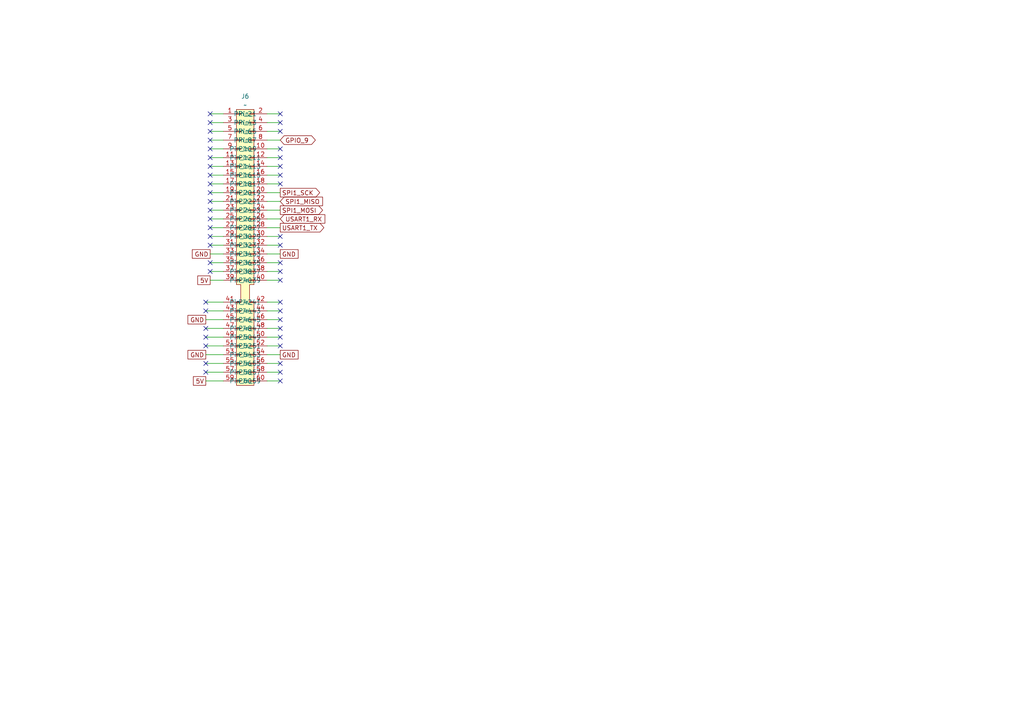
<source format=kicad_sch>
(kicad_sch (version 20250114) (generator "eeschema") (generator_version "9.0")
  (paper "A4")
  (lib_symbols
    (symbol "HardwareDataLogger:ExtenionCardConnector"
      (property "Reference" "J" (at 0 0 0))
      (symbol "ExtenionCardConnector_1_1"
        (polyline (pts (xy -2.54 -2.54) (xy 2.54 -2.54) (xy 2.54 -53.34) (xy 1.27 -53.34) (xy 1.27 -58.42) (xy 2.54 -58.42) (xy 2.54 -82.55) (xy -2.54 -82.55) (xy -2.54 -58.42) (xy -1.27 -58.42) (xy -1.27 -53.34) (xy -2.54 -53.34) (xy -2.54 -2.54)) (fill (type background)))
        (rectangle (start -2.54 -3.683) (end -1.27 -3.937) (stroke (width 0.1524)))
        (rectangle (start -2.54 -6.223) (end -1.27 -6.477) (stroke (width 0.1524)))
        (rectangle (start -2.54 -8.763) (end -1.27 -9.017) (stroke (width 0.1524)))
        (rectangle (start -2.54 -11.303) (end -1.27 -11.557) (stroke (width 0.1524)))
        (rectangle (start -2.54 -13.843) (end -1.27 -14.097) (stroke (width 0.1524)))
        (rectangle (start -2.54 -16.383) (end -1.27 -16.637) (stroke (width 0.1524)))
        (rectangle (start -2.54 -18.923) (end -1.27 -19.177) (stroke (width 0.1524)))
        (rectangle (start -2.54 -21.463) (end -1.27 -21.717) (stroke (width 0.1524)))
        (rectangle (start -2.54 -24.003) (end -1.27 -24.257) (stroke (width 0.1524)))
        (rectangle (start -2.54 -26.543) (end -1.27 -26.797) (stroke (width 0.1524)))
        (rectangle (start -2.54 -29.083) (end -1.27 -29.337) (stroke (width 0.1524)))
        (rectangle (start -2.54 -31.623) (end -1.27 -31.877) (stroke (width 0.1524)))
        (rectangle (start -2.54 -34.163) (end -1.27 -34.417) (stroke (width 0.1524)))
        (rectangle (start -2.54 -36.703) (end -1.27 -36.957) (stroke (width 0.1524)))
        (rectangle (start -2.54 -39.243) (end -1.27 -39.497) (stroke (width 0.1524)))
        (rectangle (start -2.54 -41.783) (end -1.27 -42.037) (stroke (width 0.1524)))
        (rectangle (start -2.54 -44.323) (end -1.27 -44.577) (stroke (width 0.1524)))
        (rectangle (start -2.54 -46.863) (end -1.27 -47.117) (stroke (width 0.1524)))
        (rectangle (start -2.54 -49.403) (end -1.27 -49.657) (stroke (width 0.1524)))
        (rectangle (start -2.54 -51.943) (end -1.27 -52.197) (stroke (width 0.1524)))
        (rectangle (start -2.54 -58.293) (end -1.27 -58.547) (stroke (width 0.1524)))
        (rectangle (start -2.54 -60.833) (end -1.27 -61.087) (stroke (width 0.1524)))
        (rectangle (start -2.54 -63.373) (end -1.27 -63.627) (stroke (width 0.1524)))
        (rectangle (start -2.54 -65.913) (end -1.27 -66.167) (stroke (width 0.1524)))
        (rectangle (start -2.54 -68.453) (end -1.27 -68.707) (stroke (width 0.1524)))
        (rectangle (start -2.54 -70.993) (end -1.27 -71.247) (stroke (width 0.1524)))
        (rectangle (start -2.54 -73.533) (end -1.27 -73.787) (stroke (width 0.1524)))
        (rectangle (start -2.54 -76.073) (end -1.27 -76.327) (stroke (width 0.1524)))
        (rectangle (start -2.54 -78.613) (end -1.27 -78.867) (stroke (width 0.1524)))
        (rectangle (start -2.54 -81.153) (end -1.27 -81.407) (stroke (width 0.1524)))
        (rectangle (start 2.54 -3.683) (end 1.27 -3.937) (stroke (width 0.1524)))
        (rectangle (start 2.54 -6.223) (end 1.27 -6.477) (stroke (width 0.1524)))
        (rectangle (start 2.54 -8.763) (end 1.27 -9.017) (stroke (width 0.1524)))
        (rectangle (start 2.54 -11.303) (end 1.27 -11.557) (stroke (width 0.1524)))
        (rectangle (start 2.54 -13.843) (end 1.27 -14.097) (stroke (width 0.1524)))
        (rectangle (start 2.54 -16.383) (end 1.27 -16.637) (stroke (width 0.1524)))
        (rectangle (start 2.54 -18.923) (end 1.27 -19.177) (stroke (width 0.1524)))
        (rectangle (start 2.54 -21.463) (end 1.27 -21.717) (stroke (width 0.1524)))
        (rectangle (start 2.54 -24.003) (end 1.27 -24.257) (stroke (width 0.1524)))
        (rectangle (start 2.54 -26.543) (end 1.27 -26.797) (stroke (width 0.1524)))
        (rectangle (start 2.54 -29.083) (end 1.27 -29.337) (stroke (width 0.1524)))
        (rectangle (start 2.54 -31.623) (end 1.27 -31.877) (stroke (width 0.1524)))
        (rectangle (start 2.54 -34.163) (end 1.27 -34.417) (stroke (width 0.1524)))
        (rectangle (start 2.54 -36.703) (end 1.27 -36.957) (stroke (width 0.1524)))
        (rectangle (start 2.54 -39.243) (end 1.27 -39.497) (stroke (width 0.1524)))
        (rectangle (start 2.54 -41.783) (end 1.27 -42.037) (stroke (width 0.1524)))
        (rectangle (start 2.54 -44.323) (end 1.27 -44.577) (stroke (width 0.1524)))
        (rectangle (start 2.54 -46.863) (end 1.27 -47.117) (stroke (width 0.1524)))
        (rectangle (start 2.54 -49.403) (end 1.27 -49.657) (stroke (width 0.1524)))
        (rectangle (start 2.54 -51.943) (end 1.27 -52.197) (stroke (width 0.1524)))
        (rectangle (start 2.54 -58.293) (end 1.27 -58.547) (stroke (width 0.1524)))
        (rectangle (start 2.54 -60.833) (end 1.27 -61.087) (stroke (width 0.1524)))
        (rectangle (start 2.54 -63.373) (end 1.27 -63.627) (stroke (width 0.1524)))
        (rectangle (start 2.54 -65.913) (end 1.27 -66.167) (stroke (width 0.1524)))
        (rectangle (start 2.54 -68.453) (end 1.27 -68.707) (stroke (width 0.1524)))
        (rectangle (start 2.54 -70.993) (end 1.27 -71.247) (stroke (width 0.1524)))
        (rectangle (start 2.54 -73.533) (end 1.27 -73.787) (stroke (width 0.1524)))
        (rectangle (start 2.54 -76.073) (end 1.27 -76.327) (stroke (width 0.1524)))
        (rectangle (start 2.54 -78.613) (end 1.27 -78.867) (stroke (width 0.1524)))
        (rectangle (start 2.54 -81.153) (end 1.27 -81.407) (stroke (width 0.1524)))
        (pin passive line (at -6.35 -3.81 0) (length 3.81) (name "Pin_1") (number "1"))
        (pin passive line (at -6.35 -6.35 0) (length 3.81) (name "Pin_3") (number "3"))
        (pin passive line (at -6.35 -8.89 0) (length 3.81) (name "Pin_5") (number "5"))
        (pin passive line (at -6.35 -11.43 0) (length 3.81) (name "Pin_7") (number "7"))
        (pin passive line (at -6.35 -13.97 0) (length 3.81) (name "Pin_9") (number "9"))
        (pin passive line (at -6.35 -16.51 0) (length 3.81) (name "Pin_11") (number "11"))
        (pin passive line (at -6.35 -19.05 0) (length 3.81) (name "Pin_13") (number "13"))
        (pin passive line (at -6.35 -21.59 0) (length 3.81) (name "Pin_15") (number "15"))
        (pin passive line (at -6.35 -24.13 0) (length 3.81) (name "Pin_17") (number "17"))
        (pin passive line (at -6.35 -26.67 0) (length 3.81) (name "Pin_19") (number "19"))
        (pin passive line (at -6.35 -29.21 0) (length 3.81) (name "Pin_21") (number "21"))
        (pin passive line (at -6.35 -31.75 0) (length 3.81) (name "Pin_23") (number "23"))
        (pin passive line (at -6.35 -34.29 0) (length 3.81) (name "Pin_25") (number "25"))
        (pin passive line (at -6.35 -36.83 0) (length 3.81) (name "Pin_27") (number "27"))
        (pin passive line (at -6.35 -39.37 0) (length 3.81) (name "Pin_29") (number "29"))
        (pin passive line (at -6.35 -41.91 0) (length 3.81) (name "Pin_31") (number "31"))
        (pin passive line (at -6.35 -44.45 0) (length 3.81) (name "Pin_33") (number "33"))
        (pin passive line (at -6.35 -46.99 0) (length 3.81) (name "Pin_35") (number "35"))
        (pin passive line (at -6.35 -49.53 0) (length 3.81) (name "Pin_37") (number "37"))
        (pin passive line (at -6.35 -52.07 0) (length 3.81) (name "Pin_39") (number "39"))
        (pin passive line (at -6.35 -58.42 0) (length 3.81) (name "Pin_41") (number "41"))
        (pin passive line (at -6.35 -60.96 0) (length 3.81) (name "Pin_43") (number "43"))
        (pin passive line (at -6.35 -63.5 0) (length 3.81) (name "Pin_45") (number "45"))
        (pin passive line (at -6.35 -66.04 0) (length 3.81) (name "Pin_47") (number "47"))
        (pin passive line (at -6.35 -68.58 0) (length 3.81) (name "Pin_49") (number "49"))
        (pin passive line (at -6.35 -71.12 0) (length 3.81) (name "Pin_51") (number "51"))
        (pin passive line (at -6.35 -73.66 0) (length 3.81) (name "Pin_53") (number "53"))
        (pin passive line (at -6.35 -76.2 0) (length 3.81) (name "Pin_55") (number "55"))
        (pin passive line (at -6.35 -78.74 0) (length 3.81) (name "Pin_57") (number "57"))
        (pin passive line (at -6.35 -81.28 0) (length 3.81) (name "Pin_59") (number "59"))
        (pin passive line (at 6.35 -3.81 180) (length 3.81) (name "Pin_2") (number "2"))
        (pin passive line (at 6.35 -6.35 180) (length 3.81) (name "Pin_4") (number "4"))
        (pin passive line (at 6.35 -8.89 180) (length 3.81) (name "Pin_6") (number "6"))
        (pin passive line (at 6.35 -11.43 180) (length 3.81) (name "Pin_8") (number "8"))
        (pin passive line (at 6.35 -13.97 180) (length 3.81) (name "Pin_10") (number "10"))
        (pin passive line (at 6.35 -16.51 180) (length 3.81) (name "Pin_12") (number "12"))
        (pin passive line (at 6.35 -19.05 180) (length 3.81) (name "Pin_14") (number "14"))
        (pin passive line (at 6.35 -21.59 180) (length 3.81) (name "Pin_16") (number "16"))
        (pin passive line (at 6.35 -24.13 180) (length 3.81) (name "Pin_18") (number "18"))
        (pin passive line (at 6.35 -26.67 180) (length 3.81) (name "Pin_20") (number "20"))
        (pin passive line (at 6.35 -29.21 180) (length 3.81) (name "Pin_22") (number "22"))
        (pin passive line (at 6.35 -31.75 180) (length 3.81) (name "Pin_24") (number "24"))
        (pin passive line (at 6.35 -34.29 180) (length 3.81) (name "Pin_26") (number "26"))
        (pin passive line (at 6.35 -36.83 180) (length 3.81) (name "Pin_28") (number "28"))
        (pin passive line (at 6.35 -39.37 180) (length 3.81) (name "Pin_30") (number "30"))
        (pin passive line (at 6.35 -41.91 180) (length 3.81) (name "Pin_32") (number "32"))
        (pin passive line (at 6.35 -44.45 180) (length 3.81) (name "Pin_34") (number "34"))
        (pin passive line (at 6.35 -46.99 180) (length 3.81) (name "Pin_36") (number "36"))
        (pin passive line (at 6.35 -49.53 180) (length 3.81) (name "Pin_38") (number "38"))
        (pin passive line (at 6.35 -52.07 180) (length 3.81) (name "Pin_40") (number "40"))
        (pin passive line (at 6.35 -58.42 180) (length 3.81) (name "Pin_42") (number "42"))
        (pin passive line (at 6.35 -60.96 180) (length 3.81) (name "Pin_44") (number "44"))
        (pin passive line (at 6.35 -63.5 180) (length 3.81) (name "Pin_46") (number "46"))
        (pin passive line (at 6.35 -66.04 180) (length 3.81) (name "Pin_48") (number "48"))
        (pin passive line (at 6.35 -68.58 180) (length 3.81) (name "Pin_50") (number "50"))
        (pin passive line (at 6.35 -71.12 180) (length 3.81) (name "Pin_52") (number "52"))
        (pin passive line (at 6.35 -73.66 180) (length 3.81) (name "Pin_54") (number "54"))
        (pin passive line (at 6.35 -76.2 180) (length 3.81) (name "Pin_56") (number "56"))
        (pin passive line (at 6.35 -78.74 180) (length 3.81) (name "Pin_58") (number "58"))
        (pin passive line (at 6.35 -81.28 180) (length 3.81) (name "Pin_60") (number "60"))
      )
    )
  )
  (no_connect (at 59.69 107.95))
  (no_connect (at 81.28 92.71))
  (no_connect (at 81.28 107.95))
  (no_connect (at 81.28 38.1))
  (no_connect (at 60.96 53.34))
  (no_connect (at 81.28 97.79))
  (no_connect (at 60.96 60.96))
  (no_connect (at 81.28 53.34))
  (no_connect (at 60.96 66.04))
  (no_connect (at 60.96 45.72))
  (no_connect (at 81.28 76.2))
  (no_connect (at 81.28 48.26))
  (no_connect (at 81.28 90.17))
  (no_connect (at 60.96 76.2))
  (no_connect (at 60.96 68.58))
  (no_connect (at 60.96 35.56))
  (no_connect (at 60.96 48.26))
  (no_connect (at 60.96 43.18))
  (no_connect (at 59.69 95.25))
  (no_connect (at 81.28 87.63))
  (no_connect (at 81.28 110.49))
  (no_connect (at 60.96 33.02))
  (no_connect (at 81.28 45.72))
  (no_connect (at 59.69 100.33))
  (no_connect (at 81.28 50.8))
  (no_connect (at 81.28 78.74))
  (no_connect (at 81.28 33.02))
  (no_connect (at 60.96 50.8))
  (no_connect (at 81.28 105.41))
  (no_connect (at 60.96 58.42))
  (no_connect (at 59.69 90.17))
  (no_connect (at 81.28 71.12))
  (no_connect (at 59.69 87.63))
  (no_connect (at 81.28 68.58))
  (no_connect (at 60.96 63.5))
  (no_connect (at 60.96 78.74))
  (no_connect (at 60.96 55.88))
  (no_connect (at 59.69 97.79))
  (no_connect (at 81.28 43.18))
  (no_connect (at 81.28 35.56))
  (no_connect (at 60.96 71.12))
  (no_connect (at 81.28 100.33))
  (no_connect (at 59.69 105.41))
  (no_connect (at 60.96 38.1))
  (no_connect (at 81.28 81.28))
  (no_connect (at 81.28 95.25))
  (no_connect (at 60.96 40.64))
  (wire (pts (xy 81.28 58.42) (xy 77.47 58.42)))
  (wire (pts (xy 64.77 71.12) (xy 60.96 71.12)))
  (wire (pts (xy 64.77 58.42) (xy 60.96 58.42)))
  (wire (pts (xy 64.77 38.1) (xy 60.96 38.1)))
  (wire (pts (xy 81.28 73.66) (xy 77.47 73.66)))
  (wire (pts (xy 81.28 48.26) (xy 77.47 48.26)))
  (wire (pts (xy 64.77 105.41) (xy 59.69 105.41)))
  (wire (pts (xy 81.28 60.96) (xy 77.47 60.96)))
  (wire (pts (xy 64.77 97.79) (xy 59.69 97.79)))
  (wire (pts (xy 81.28 40.64) (xy 77.47 40.64)))
  (wire (pts (xy 81.28 102.87) (xy 77.47 102.87)))
  (wire (pts (xy 64.77 35.56) (xy 60.96 35.56)))
  (wire (pts (xy 81.28 95.25) (xy 77.47 95.25)))
  (wire (pts (xy 81.28 45.72) (xy 77.47 45.72)))
  (wire (pts (xy 81.28 63.5) (xy 77.47 63.5)))
  (wire (pts (xy 64.77 78.74) (xy 60.96 78.74)))
  (wire (pts (xy 81.28 68.58) (xy 77.47 68.58)))
  (wire (pts (xy 64.77 107.95) (xy 59.69 107.95)))
  (wire (pts (xy 81.28 78.74) (xy 77.47 78.74)))
  (wire (pts (xy 81.28 66.04) (xy 77.47 66.04)))
  (wire (pts (xy 64.77 40.64) (xy 60.96 40.64)))
  (wire (pts (xy 64.77 45.72) (xy 60.96 45.72)))
  (wire (pts (xy 81.28 107.95) (xy 77.47 107.95)))
  (wire (pts (xy 81.28 110.49) (xy 77.47 110.49)))
  (wire (pts (xy 64.77 81.28) (xy 60.96 81.28)))
  (wire (pts (xy 64.77 60.96) (xy 60.96 60.96)))
  (wire (pts (xy 64.77 55.88) (xy 60.96 55.88)))
  (wire (pts (xy 81.28 33.02) (xy 77.47 33.02)))
  (wire (pts (xy 81.28 97.79) (xy 77.47 97.79)))
  (wire (pts (xy 81.28 53.34) (xy 77.47 53.34)))
  (wire (pts (xy 81.28 55.88) (xy 77.47 55.88)))
  (wire (pts (xy 64.77 76.2) (xy 60.96 76.2)))
  (wire (pts (xy 64.77 110.49) (xy 59.69 110.49)))
  (wire (pts (xy 64.77 100.33) (xy 59.69 100.33)))
  (wire (pts (xy 64.77 48.26) (xy 60.96 48.26)))
  (wire (pts (xy 81.28 90.17) (xy 77.47 90.17)))
  (wire (pts (xy 64.77 53.34) (xy 60.96 53.34)))
  (wire (pts (xy 64.77 87.63) (xy 59.69 87.63)))
  (wire (pts (xy 81.28 35.56) (xy 77.47 35.56)))
  (wire (pts (xy 81.28 81.28) (xy 77.47 81.28)))
  (wire (pts (xy 64.77 68.58) (xy 60.96 68.58)))
  (wire (pts (xy 64.77 102.87) (xy 59.69 102.87)))
  (wire (pts (xy 64.77 95.25) (xy 59.69 95.25)))
  (wire (pts (xy 64.77 43.18) (xy 60.96 43.18)))
  (wire (pts (xy 81.28 71.12) (xy 77.47 71.12)))
  (wire (pts (xy 64.77 50.8) (xy 60.96 50.8)))
  (wire (pts (xy 64.77 73.66) (xy 60.96 73.66)))
  (wire (pts (xy 64.77 63.5) (xy 60.96 63.5)))
  (wire (pts (xy 81.28 50.8) (xy 77.47 50.8)))
  (wire (pts (xy 64.77 92.71) (xy 59.69 92.71)))
  (wire (pts (xy 64.77 90.17) (xy 59.69 90.17)))
  (wire (pts (xy 81.28 76.2) (xy 77.47 76.2)))
  (wire (pts (xy 81.28 38.1) (xy 77.47 38.1)))
  (wire (pts (xy 81.28 43.18) (xy 77.47 43.18)))
  (wire (pts (xy 81.28 100.33) (xy 77.47 100.33)))
  (wire (pts (xy 64.77 66.04) (xy 60.96 66.04)))
  (wire (pts (xy 81.28 105.41) (xy 77.47 105.41)))
  (wire (pts (xy 81.28 92.71) (xy 77.47 92.71)))
  (wire (pts (xy 81.28 87.63) (xy 77.47 87.63)))
  (wire (pts (xy 64.77 33.02) (xy 60.96 33.02)))
  (global_label "5V" (shape passive) (at 59.69 110.49 180) (property "Intersheetrefs" "${INTERSHEET_REFS}" (effects (hide yes))))
  (global_label "SPI1_SCK" (shape output) (at 81.28 55.88 0) (property "Intersheetrefs" "${INTERSHEET_REFS}" (effects (hide yes))))
  (global_label "SPI1_MOSI" (shape output) (at 81.28 60.96 0) (property "Intersheetrefs" "${INTERSHEET_REFS}" (effects (hide yes))))
  (global_label "USART1_RX" (shape input) (at 81.28 63.5 0) (property "Intersheetrefs" "${INTERSHEET_REFS}" (effects (hide yes))))
  (global_label "GND" (shape passive) (at 81.28 102.87 0) (property "Intersheetrefs" "${INTERSHEET_REFS}" (effects (hide yes))))
  (global_label "5V" (shape passive) (at 60.96 81.28 180) (property "Intersheetrefs" "${INTERSHEET_REFS}" (effects (hide yes))))
  (global_label "SPI1_MISO" (shape input) (at 81.28 58.42 0) (property "Intersheetrefs" "${INTERSHEET_REFS}" (effects (hide yes))))
  (global_label "GND" (shape passive) (at 60.96 73.66 180) (property "Intersheetrefs" "${INTERSHEET_REFS}" (effects (hide yes))))
  (global_label "GPIO_9" (shape bidirectional) (at 81.28 40.64 0) (property "Intersheetrefs" "${INTERSHEET_REFS}" (effects (hide yes))))
  (global_label "GND" (shape passive) (at 81.28 73.66 0) (property "Intersheetrefs" "${INTERSHEET_REFS}" (effects (hide yes))))
  (global_label "GND" (shape passive) (at 59.69 92.71 180) (property "Intersheetrefs" "${INTERSHEET_REFS}" (effects (hide yes))))
  (global_label "GND" (shape passive) (at 59.69 102.87 180) (property "Intersheetrefs" "${INTERSHEET_REFS}" (effects (hide yes))))
  (global_label "USART1_TX" (shape output) (at 81.28 66.04 0) (property "Intersheetrefs" "${INTERSHEET_REFS}" (effects (hide yes))))
  (symbol (lib_id "HardwareDataLogger:ExtenionCardConnector") (at 71.12 29.21 0) (unit 1)
    (property "Reference" "J6" (at 71.12 27.94 0))
    (property "Value" "~" (at 71.12 30.48 0))
    (property "Footprint" "HardwareDataLogger:ExtensionConnector" (effects (hide yes)))
  )
)
</source>
